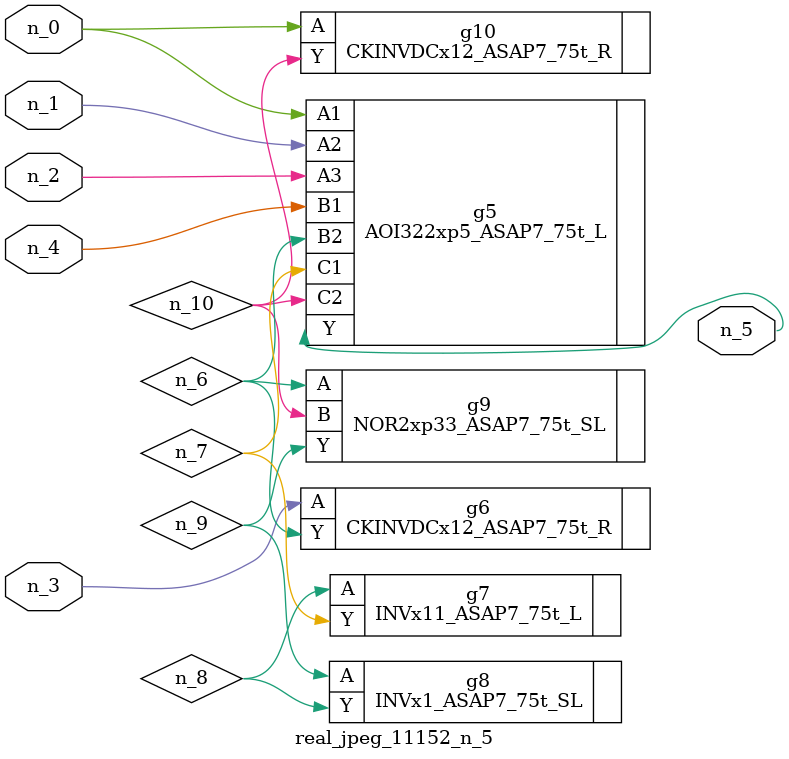
<source format=v>
module real_jpeg_11152_n_5 (n_4, n_0, n_1, n_2, n_3, n_5);

input n_4;
input n_0;
input n_1;
input n_2;
input n_3;

output n_5;

wire n_8;
wire n_6;
wire n_7;
wire n_10;
wire n_9;

AOI322xp5_ASAP7_75t_L g5 ( 
.A1(n_0),
.A2(n_1),
.A3(n_2),
.B1(n_4),
.B2(n_6),
.C1(n_7),
.C2(n_10),
.Y(n_5)
);

CKINVDCx12_ASAP7_75t_R g10 ( 
.A(n_0),
.Y(n_10)
);

CKINVDCx12_ASAP7_75t_R g6 ( 
.A(n_3),
.Y(n_6)
);

NOR2xp33_ASAP7_75t_SL g9 ( 
.A(n_6),
.B(n_10),
.Y(n_9)
);

INVx11_ASAP7_75t_L g7 ( 
.A(n_8),
.Y(n_7)
);

INVx1_ASAP7_75t_SL g8 ( 
.A(n_9),
.Y(n_8)
);


endmodule
</source>
